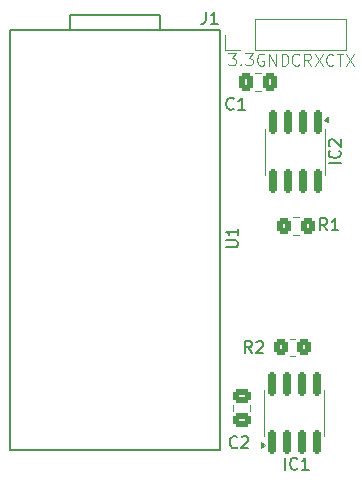
<source format=gto>
%TF.GenerationSoftware,KiCad,Pcbnew,8.0.2-1*%
%TF.CreationDate,2024-05-18T17:44:33-05:00*%
%TF.ProjectId,can_test,63616e5f-7465-4737-942e-6b696361645f,rev?*%
%TF.SameCoordinates,Original*%
%TF.FileFunction,Legend,Top*%
%TF.FilePolarity,Positive*%
%FSLAX46Y46*%
G04 Gerber Fmt 4.6, Leading zero omitted, Abs format (unit mm)*
G04 Created by KiCad (PCBNEW 8.0.2-1) date 2024-05-18 17:44:33*
%MOMM*%
%LPD*%
G01*
G04 APERTURE LIST*
G04 Aperture macros list*
%AMRoundRect*
0 Rectangle with rounded corners*
0 $1 Rounding radius*
0 $2 $3 $4 $5 $6 $7 $8 $9 X,Y pos of 4 corners*
0 Add a 4 corners polygon primitive as box body*
4,1,4,$2,$3,$4,$5,$6,$7,$8,$9,$2,$3,0*
0 Add four circle primitives for the rounded corners*
1,1,$1+$1,$2,$3*
1,1,$1+$1,$4,$5*
1,1,$1+$1,$6,$7*
1,1,$1+$1,$8,$9*
0 Add four rect primitives between the rounded corners*
20,1,$1+$1,$2,$3,$4,$5,0*
20,1,$1+$1,$4,$5,$6,$7,0*
20,1,$1+$1,$6,$7,$8,$9,0*
20,1,$1+$1,$8,$9,$2,$3,0*%
G04 Aperture macros list end*
%ADD10C,0.100000*%
%ADD11C,0.150000*%
%ADD12C,0.120000*%
%ADD13RoundRect,0.250000X0.350000X0.450000X-0.350000X0.450000X-0.350000X-0.450000X0.350000X-0.450000X0*%
%ADD14R,1.700000X1.700000*%
%ADD15O,1.700000X1.700000*%
%ADD16RoundRect,0.150000X-0.150000X0.825000X-0.150000X-0.825000X0.150000X-0.825000X0.150000X0.825000X0*%
%ADD17RoundRect,0.150000X0.150000X-0.825000X0.150000X0.825000X-0.150000X0.825000X-0.150000X-0.825000X0*%
%ADD18RoundRect,0.250000X-0.337500X-0.475000X0.337500X-0.475000X0.337500X0.475000X-0.337500X0.475000X0*%
%ADD19C,1.404000*%
%ADD20C,1.304000*%
%ADD21C,0.804000*%
%ADD22RoundRect,0.250000X-0.475000X0.337500X-0.475000X-0.337500X0.475000X-0.337500X0.475000X0.337500X0*%
%ADD23RoundRect,0.250000X-0.350000X-0.450000X0.350000X-0.450000X0.350000X0.450000X-0.350000X0.450000X0*%
G04 APERTURE END LIST*
D10*
X54877693Y-20620038D02*
X54782455Y-20572419D01*
X54782455Y-20572419D02*
X54639598Y-20572419D01*
X54639598Y-20572419D02*
X54496741Y-20620038D01*
X54496741Y-20620038D02*
X54401503Y-20715276D01*
X54401503Y-20715276D02*
X54353884Y-20810514D01*
X54353884Y-20810514D02*
X54306265Y-21000990D01*
X54306265Y-21000990D02*
X54306265Y-21143847D01*
X54306265Y-21143847D02*
X54353884Y-21334323D01*
X54353884Y-21334323D02*
X54401503Y-21429561D01*
X54401503Y-21429561D02*
X54496741Y-21524800D01*
X54496741Y-21524800D02*
X54639598Y-21572419D01*
X54639598Y-21572419D02*
X54734836Y-21572419D01*
X54734836Y-21572419D02*
X54877693Y-21524800D01*
X54877693Y-21524800D02*
X54925312Y-21477180D01*
X54925312Y-21477180D02*
X54925312Y-21143847D01*
X54925312Y-21143847D02*
X54734836Y-21143847D01*
X55353884Y-21572419D02*
X55353884Y-20572419D01*
X55353884Y-20572419D02*
X55925312Y-21572419D01*
X55925312Y-21572419D02*
X55925312Y-20572419D01*
X56401503Y-21572419D02*
X56401503Y-20572419D01*
X56401503Y-20572419D02*
X56639598Y-20572419D01*
X56639598Y-20572419D02*
X56782455Y-20620038D01*
X56782455Y-20620038D02*
X56877693Y-20715276D01*
X56877693Y-20715276D02*
X56925312Y-20810514D01*
X56925312Y-20810514D02*
X56972931Y-21000990D01*
X56972931Y-21000990D02*
X56972931Y-21143847D01*
X56972931Y-21143847D02*
X56925312Y-21334323D01*
X56925312Y-21334323D02*
X56877693Y-21429561D01*
X56877693Y-21429561D02*
X56782455Y-21524800D01*
X56782455Y-21524800D02*
X56639598Y-21572419D01*
X56639598Y-21572419D02*
X56401503Y-21572419D01*
X60775312Y-21502180D02*
X60727693Y-21549800D01*
X60727693Y-21549800D02*
X60584836Y-21597419D01*
X60584836Y-21597419D02*
X60489598Y-21597419D01*
X60489598Y-21597419D02*
X60346741Y-21549800D01*
X60346741Y-21549800D02*
X60251503Y-21454561D01*
X60251503Y-21454561D02*
X60203884Y-21359323D01*
X60203884Y-21359323D02*
X60156265Y-21168847D01*
X60156265Y-21168847D02*
X60156265Y-21025990D01*
X60156265Y-21025990D02*
X60203884Y-20835514D01*
X60203884Y-20835514D02*
X60251503Y-20740276D01*
X60251503Y-20740276D02*
X60346741Y-20645038D01*
X60346741Y-20645038D02*
X60489598Y-20597419D01*
X60489598Y-20597419D02*
X60584836Y-20597419D01*
X60584836Y-20597419D02*
X60727693Y-20645038D01*
X60727693Y-20645038D02*
X60775312Y-20692657D01*
X61061027Y-20597419D02*
X61632455Y-20597419D01*
X61346741Y-21597419D02*
X61346741Y-20597419D01*
X61870551Y-20597419D02*
X62537217Y-21597419D01*
X62537217Y-20597419D02*
X61870551Y-21597419D01*
X57875312Y-21477180D02*
X57827693Y-21524800D01*
X57827693Y-21524800D02*
X57684836Y-21572419D01*
X57684836Y-21572419D02*
X57589598Y-21572419D01*
X57589598Y-21572419D02*
X57446741Y-21524800D01*
X57446741Y-21524800D02*
X57351503Y-21429561D01*
X57351503Y-21429561D02*
X57303884Y-21334323D01*
X57303884Y-21334323D02*
X57256265Y-21143847D01*
X57256265Y-21143847D02*
X57256265Y-21000990D01*
X57256265Y-21000990D02*
X57303884Y-20810514D01*
X57303884Y-20810514D02*
X57351503Y-20715276D01*
X57351503Y-20715276D02*
X57446741Y-20620038D01*
X57446741Y-20620038D02*
X57589598Y-20572419D01*
X57589598Y-20572419D02*
X57684836Y-20572419D01*
X57684836Y-20572419D02*
X57827693Y-20620038D01*
X57827693Y-20620038D02*
X57875312Y-20667657D01*
X58875312Y-21572419D02*
X58541979Y-21096228D01*
X58303884Y-21572419D02*
X58303884Y-20572419D01*
X58303884Y-20572419D02*
X58684836Y-20572419D01*
X58684836Y-20572419D02*
X58780074Y-20620038D01*
X58780074Y-20620038D02*
X58827693Y-20667657D01*
X58827693Y-20667657D02*
X58875312Y-20762895D01*
X58875312Y-20762895D02*
X58875312Y-20905752D01*
X58875312Y-20905752D02*
X58827693Y-21000990D01*
X58827693Y-21000990D02*
X58780074Y-21048609D01*
X58780074Y-21048609D02*
X58684836Y-21096228D01*
X58684836Y-21096228D02*
X58303884Y-21096228D01*
X59208646Y-20572419D02*
X59875312Y-21572419D01*
X59875312Y-20572419D02*
X59208646Y-21572419D01*
X51883646Y-20547419D02*
X52502693Y-20547419D01*
X52502693Y-20547419D02*
X52169360Y-20928371D01*
X52169360Y-20928371D02*
X52312217Y-20928371D01*
X52312217Y-20928371D02*
X52407455Y-20975990D01*
X52407455Y-20975990D02*
X52455074Y-21023609D01*
X52455074Y-21023609D02*
X52502693Y-21118847D01*
X52502693Y-21118847D02*
X52502693Y-21356942D01*
X52502693Y-21356942D02*
X52455074Y-21452180D01*
X52455074Y-21452180D02*
X52407455Y-21499800D01*
X52407455Y-21499800D02*
X52312217Y-21547419D01*
X52312217Y-21547419D02*
X52026503Y-21547419D01*
X52026503Y-21547419D02*
X51931265Y-21499800D01*
X51931265Y-21499800D02*
X51883646Y-21452180D01*
X52931265Y-21452180D02*
X52978884Y-21499800D01*
X52978884Y-21499800D02*
X52931265Y-21547419D01*
X52931265Y-21547419D02*
X52883646Y-21499800D01*
X52883646Y-21499800D02*
X52931265Y-21452180D01*
X52931265Y-21452180D02*
X52931265Y-21547419D01*
X53312217Y-20547419D02*
X53931264Y-20547419D01*
X53931264Y-20547419D02*
X53597931Y-20928371D01*
X53597931Y-20928371D02*
X53740788Y-20928371D01*
X53740788Y-20928371D02*
X53836026Y-20975990D01*
X53836026Y-20975990D02*
X53883645Y-21023609D01*
X53883645Y-21023609D02*
X53931264Y-21118847D01*
X53931264Y-21118847D02*
X53931264Y-21356942D01*
X53931264Y-21356942D02*
X53883645Y-21452180D01*
X53883645Y-21452180D02*
X53836026Y-21499800D01*
X53836026Y-21499800D02*
X53740788Y-21547419D01*
X53740788Y-21547419D02*
X53455074Y-21547419D01*
X53455074Y-21547419D02*
X53359836Y-21499800D01*
X53359836Y-21499800D02*
X53312217Y-21452180D01*
D11*
X53883333Y-45904819D02*
X53550000Y-45428628D01*
X53311905Y-45904819D02*
X53311905Y-44904819D01*
X53311905Y-44904819D02*
X53692857Y-44904819D01*
X53692857Y-44904819D02*
X53788095Y-44952438D01*
X53788095Y-44952438D02*
X53835714Y-45000057D01*
X53835714Y-45000057D02*
X53883333Y-45095295D01*
X53883333Y-45095295D02*
X53883333Y-45238152D01*
X53883333Y-45238152D02*
X53835714Y-45333390D01*
X53835714Y-45333390D02*
X53788095Y-45381009D01*
X53788095Y-45381009D02*
X53692857Y-45428628D01*
X53692857Y-45428628D02*
X53311905Y-45428628D01*
X54264286Y-45000057D02*
X54311905Y-44952438D01*
X54311905Y-44952438D02*
X54407143Y-44904819D01*
X54407143Y-44904819D02*
X54645238Y-44904819D01*
X54645238Y-44904819D02*
X54740476Y-44952438D01*
X54740476Y-44952438D02*
X54788095Y-45000057D01*
X54788095Y-45000057D02*
X54835714Y-45095295D01*
X54835714Y-45095295D02*
X54835714Y-45190533D01*
X54835714Y-45190533D02*
X54788095Y-45333390D01*
X54788095Y-45333390D02*
X54216667Y-45904819D01*
X54216667Y-45904819D02*
X54835714Y-45904819D01*
X49991666Y-17029819D02*
X49991666Y-17744104D01*
X49991666Y-17744104D02*
X49944047Y-17886961D01*
X49944047Y-17886961D02*
X49848809Y-17982200D01*
X49848809Y-17982200D02*
X49705952Y-18029819D01*
X49705952Y-18029819D02*
X49610714Y-18029819D01*
X50991666Y-18029819D02*
X50420238Y-18029819D01*
X50705952Y-18029819D02*
X50705952Y-17029819D01*
X50705952Y-17029819D02*
X50610714Y-17172676D01*
X50610714Y-17172676D02*
X50515476Y-17267914D01*
X50515476Y-17267914D02*
X50420238Y-17315533D01*
X61389819Y-29826189D02*
X60389819Y-29826189D01*
X61294580Y-28778571D02*
X61342200Y-28826190D01*
X61342200Y-28826190D02*
X61389819Y-28969047D01*
X61389819Y-28969047D02*
X61389819Y-29064285D01*
X61389819Y-29064285D02*
X61342200Y-29207142D01*
X61342200Y-29207142D02*
X61246961Y-29302380D01*
X61246961Y-29302380D02*
X61151723Y-29349999D01*
X61151723Y-29349999D02*
X60961247Y-29397618D01*
X60961247Y-29397618D02*
X60818390Y-29397618D01*
X60818390Y-29397618D02*
X60627914Y-29349999D01*
X60627914Y-29349999D02*
X60532676Y-29302380D01*
X60532676Y-29302380D02*
X60437438Y-29207142D01*
X60437438Y-29207142D02*
X60389819Y-29064285D01*
X60389819Y-29064285D02*
X60389819Y-28969047D01*
X60389819Y-28969047D02*
X60437438Y-28826190D01*
X60437438Y-28826190D02*
X60485057Y-28778571D01*
X60485057Y-28397618D02*
X60437438Y-28349999D01*
X60437438Y-28349999D02*
X60389819Y-28254761D01*
X60389819Y-28254761D02*
X60389819Y-28016666D01*
X60389819Y-28016666D02*
X60437438Y-27921428D01*
X60437438Y-27921428D02*
X60485057Y-27873809D01*
X60485057Y-27873809D02*
X60580295Y-27826190D01*
X60580295Y-27826190D02*
X60675533Y-27826190D01*
X60675533Y-27826190D02*
X60818390Y-27873809D01*
X60818390Y-27873809D02*
X61389819Y-28445237D01*
X61389819Y-28445237D02*
X61389819Y-27826190D01*
X56673810Y-55779819D02*
X56673810Y-54779819D01*
X57721428Y-55684580D02*
X57673809Y-55732200D01*
X57673809Y-55732200D02*
X57530952Y-55779819D01*
X57530952Y-55779819D02*
X57435714Y-55779819D01*
X57435714Y-55779819D02*
X57292857Y-55732200D01*
X57292857Y-55732200D02*
X57197619Y-55636961D01*
X57197619Y-55636961D02*
X57150000Y-55541723D01*
X57150000Y-55541723D02*
X57102381Y-55351247D01*
X57102381Y-55351247D02*
X57102381Y-55208390D01*
X57102381Y-55208390D02*
X57150000Y-55017914D01*
X57150000Y-55017914D02*
X57197619Y-54922676D01*
X57197619Y-54922676D02*
X57292857Y-54827438D01*
X57292857Y-54827438D02*
X57435714Y-54779819D01*
X57435714Y-54779819D02*
X57530952Y-54779819D01*
X57530952Y-54779819D02*
X57673809Y-54827438D01*
X57673809Y-54827438D02*
X57721428Y-54875057D01*
X58673809Y-55779819D02*
X58102381Y-55779819D01*
X58388095Y-55779819D02*
X58388095Y-54779819D01*
X58388095Y-54779819D02*
X58292857Y-54922676D01*
X58292857Y-54922676D02*
X58197619Y-55017914D01*
X58197619Y-55017914D02*
X58102381Y-55065533D01*
X52333333Y-25209580D02*
X52285714Y-25257200D01*
X52285714Y-25257200D02*
X52142857Y-25304819D01*
X52142857Y-25304819D02*
X52047619Y-25304819D01*
X52047619Y-25304819D02*
X51904762Y-25257200D01*
X51904762Y-25257200D02*
X51809524Y-25161961D01*
X51809524Y-25161961D02*
X51761905Y-25066723D01*
X51761905Y-25066723D02*
X51714286Y-24876247D01*
X51714286Y-24876247D02*
X51714286Y-24733390D01*
X51714286Y-24733390D02*
X51761905Y-24542914D01*
X51761905Y-24542914D02*
X51809524Y-24447676D01*
X51809524Y-24447676D02*
X51904762Y-24352438D01*
X51904762Y-24352438D02*
X52047619Y-24304819D01*
X52047619Y-24304819D02*
X52142857Y-24304819D01*
X52142857Y-24304819D02*
X52285714Y-24352438D01*
X52285714Y-24352438D02*
X52333333Y-24400057D01*
X53285714Y-25304819D02*
X52714286Y-25304819D01*
X53000000Y-25304819D02*
X53000000Y-24304819D01*
X53000000Y-24304819D02*
X52904762Y-24447676D01*
X52904762Y-24447676D02*
X52809524Y-24542914D01*
X52809524Y-24542914D02*
X52714286Y-24590533D01*
X51679819Y-36936904D02*
X52489342Y-36936904D01*
X52489342Y-36936904D02*
X52584580Y-36889285D01*
X52584580Y-36889285D02*
X52632200Y-36841666D01*
X52632200Y-36841666D02*
X52679819Y-36746428D01*
X52679819Y-36746428D02*
X52679819Y-36555952D01*
X52679819Y-36555952D02*
X52632200Y-36460714D01*
X52632200Y-36460714D02*
X52584580Y-36413095D01*
X52584580Y-36413095D02*
X52489342Y-36365476D01*
X52489342Y-36365476D02*
X51679819Y-36365476D01*
X52679819Y-35365476D02*
X52679819Y-35936904D01*
X52679819Y-35651190D02*
X51679819Y-35651190D01*
X51679819Y-35651190D02*
X51822676Y-35746428D01*
X51822676Y-35746428D02*
X51917914Y-35841666D01*
X51917914Y-35841666D02*
X51965533Y-35936904D01*
X52633333Y-53859580D02*
X52585714Y-53907200D01*
X52585714Y-53907200D02*
X52442857Y-53954819D01*
X52442857Y-53954819D02*
X52347619Y-53954819D01*
X52347619Y-53954819D02*
X52204762Y-53907200D01*
X52204762Y-53907200D02*
X52109524Y-53811961D01*
X52109524Y-53811961D02*
X52061905Y-53716723D01*
X52061905Y-53716723D02*
X52014286Y-53526247D01*
X52014286Y-53526247D02*
X52014286Y-53383390D01*
X52014286Y-53383390D02*
X52061905Y-53192914D01*
X52061905Y-53192914D02*
X52109524Y-53097676D01*
X52109524Y-53097676D02*
X52204762Y-53002438D01*
X52204762Y-53002438D02*
X52347619Y-52954819D01*
X52347619Y-52954819D02*
X52442857Y-52954819D01*
X52442857Y-52954819D02*
X52585714Y-53002438D01*
X52585714Y-53002438D02*
X52633333Y-53050057D01*
X53014286Y-53050057D02*
X53061905Y-53002438D01*
X53061905Y-53002438D02*
X53157143Y-52954819D01*
X53157143Y-52954819D02*
X53395238Y-52954819D01*
X53395238Y-52954819D02*
X53490476Y-53002438D01*
X53490476Y-53002438D02*
X53538095Y-53050057D01*
X53538095Y-53050057D02*
X53585714Y-53145295D01*
X53585714Y-53145295D02*
X53585714Y-53240533D01*
X53585714Y-53240533D02*
X53538095Y-53383390D01*
X53538095Y-53383390D02*
X52966667Y-53954819D01*
X52966667Y-53954819D02*
X53585714Y-53954819D01*
X60258333Y-35504819D02*
X59925000Y-35028628D01*
X59686905Y-35504819D02*
X59686905Y-34504819D01*
X59686905Y-34504819D02*
X60067857Y-34504819D01*
X60067857Y-34504819D02*
X60163095Y-34552438D01*
X60163095Y-34552438D02*
X60210714Y-34600057D01*
X60210714Y-34600057D02*
X60258333Y-34695295D01*
X60258333Y-34695295D02*
X60258333Y-34838152D01*
X60258333Y-34838152D02*
X60210714Y-34933390D01*
X60210714Y-34933390D02*
X60163095Y-34981009D01*
X60163095Y-34981009D02*
X60067857Y-35028628D01*
X60067857Y-35028628D02*
X59686905Y-35028628D01*
X61210714Y-35504819D02*
X60639286Y-35504819D01*
X60925000Y-35504819D02*
X60925000Y-34504819D01*
X60925000Y-34504819D02*
X60829762Y-34647676D01*
X60829762Y-34647676D02*
X60734524Y-34742914D01*
X60734524Y-34742914D02*
X60639286Y-34790533D01*
D12*
%TO.C,R2*%
X57552064Y-44690000D02*
X57097936Y-44690000D01*
X57552064Y-46160000D02*
X57097936Y-46160000D01*
%TO.C,J1*%
X51570000Y-20280000D02*
X51570000Y-18950000D01*
X52900000Y-20280000D02*
X51570000Y-20280000D01*
X54170000Y-17620000D02*
X61850000Y-17620000D01*
X54170000Y-20280000D02*
X54170000Y-17620000D01*
X54170000Y-20280000D02*
X61850000Y-20280000D01*
X61850000Y-20280000D02*
X61850000Y-17620000D01*
%TO.C,IC2*%
X54975000Y-28850000D02*
X54975000Y-26900000D01*
X54975000Y-28850000D02*
X54975000Y-30800000D01*
X60095000Y-28850000D02*
X60095000Y-26900000D01*
X60095000Y-28850000D02*
X60095000Y-30800000D01*
X60330000Y-26390000D02*
X60000000Y-26150000D01*
X60330000Y-25910000D01*
X60330000Y-26390000D01*
G36*
X60330000Y-26390000D02*
G01*
X60000000Y-26150000D01*
X60330000Y-25910000D01*
X60330000Y-26390000D01*
G37*
%TO.C,IC1*%
X54890000Y-50975000D02*
X54890000Y-49025000D01*
X54890000Y-50975000D02*
X54890000Y-52925000D01*
X60010000Y-50975000D02*
X60010000Y-49025000D01*
X60010000Y-50975000D02*
X60010000Y-52925000D01*
X54985000Y-53675000D02*
X54655000Y-53915000D01*
X54655000Y-53435000D01*
X54985000Y-53675000D01*
G36*
X54985000Y-53675000D02*
G01*
X54655000Y-53915000D01*
X54655000Y-53435000D01*
X54985000Y-53675000D01*
G37*
%TO.C,C1*%
X54138748Y-22240000D02*
X54661252Y-22240000D01*
X54138748Y-23710000D02*
X54661252Y-23710000D01*
D11*
%TO.C,U1*%
X33360000Y-18520000D02*
X33360000Y-54080000D01*
X33360000Y-54080000D02*
X51140000Y-54080000D01*
X38440000Y-17250000D02*
X38440000Y-18520000D01*
X46060000Y-17250000D02*
X38440000Y-17250000D01*
X46060000Y-18520000D02*
X46060000Y-17250000D01*
X51140000Y-18520000D02*
X33360000Y-18520000D01*
X51140000Y-54080000D02*
X51140000Y-18520000D01*
D12*
%TO.C,C2*%
X52290000Y-50288748D02*
X52290000Y-50811252D01*
X53760000Y-50288748D02*
X53760000Y-50811252D01*
%TO.C,R1*%
X57372936Y-34415000D02*
X57827064Y-34415000D01*
X57372936Y-35885000D02*
X57827064Y-35885000D01*
%TD*%
%LPC*%
D13*
%TO.C,R2*%
X58325000Y-45425000D03*
X56325000Y-45425000D03*
%TD*%
D14*
%TO.C,J1*%
X52900000Y-18950000D03*
D15*
X55440000Y-18950000D03*
X57980000Y-18950000D03*
X60520000Y-18950000D03*
%TD*%
D16*
%TO.C,IC2*%
X59440000Y-26375000D03*
X58170000Y-26375000D03*
X56900000Y-26375000D03*
X55630000Y-26375000D03*
X55630000Y-31325000D03*
X56900000Y-31325000D03*
X58170000Y-31325000D03*
X59440000Y-31325000D03*
%TD*%
D17*
%TO.C,IC1*%
X55545000Y-53450000D03*
X56815000Y-53450000D03*
X58085000Y-53450000D03*
X59355000Y-53450000D03*
X59355000Y-48500000D03*
X58085000Y-48500000D03*
X56815000Y-48500000D03*
X55545000Y-48500000D03*
%TD*%
D18*
%TO.C,C1*%
X53362500Y-22975000D03*
X55437500Y-22975000D03*
%TD*%
D19*
%TO.C,U1*%
X34630000Y-19790000D03*
X34630000Y-22330000D03*
X34630000Y-24870000D03*
X34630000Y-27410000D03*
X34630000Y-29950000D03*
X34630000Y-32490000D03*
X34630000Y-35030000D03*
X34630000Y-37570000D03*
X34630000Y-40110000D03*
X34630000Y-42650000D03*
X34630000Y-45190000D03*
X34630000Y-47730000D03*
X34630000Y-50270000D03*
X34630000Y-52810000D03*
X37170000Y-52810000D03*
X39710000Y-52810000D03*
X42250000Y-52810000D03*
X44790000Y-52810000D03*
X47330000Y-52810000D03*
X49870000Y-52810000D03*
X49870000Y-50270000D03*
X49870000Y-47730000D03*
X49870000Y-45190000D03*
X49870000Y-42650000D03*
X49870000Y-40110000D03*
X49870000Y-37570000D03*
X49870000Y-35030000D03*
X49870000Y-32490000D03*
X49870000Y-29950000D03*
X49870000Y-27410000D03*
X49870000Y-24870000D03*
X49870000Y-22330000D03*
X49870000Y-19790000D03*
X47330000Y-22330000D03*
D20*
X47330000Y-47730000D03*
X47330000Y-45190000D03*
X44790000Y-47730000D03*
X44790000Y-45190000D03*
X42250000Y-47730000D03*
X42250000Y-45190000D03*
X39710000Y-47730000D03*
X39710000Y-45190000D03*
X37170000Y-47730000D03*
X37170000Y-45190000D03*
D21*
X45750000Y-26928400D03*
X44750000Y-26928400D03*
X43750000Y-26928400D03*
X42750000Y-26928400D03*
X41750000Y-26928400D03*
X40750000Y-26928400D03*
X39750000Y-26928400D03*
X38750000Y-26928400D03*
D20*
X43520000Y-21060000D03*
X40980000Y-21060000D03*
%TD*%
D22*
%TO.C,C2*%
X53025000Y-49512500D03*
X53025000Y-51587500D03*
%TD*%
D23*
%TO.C,R1*%
X56600000Y-35150000D03*
X58600000Y-35150000D03*
%TD*%
%LPD*%
M02*

</source>
